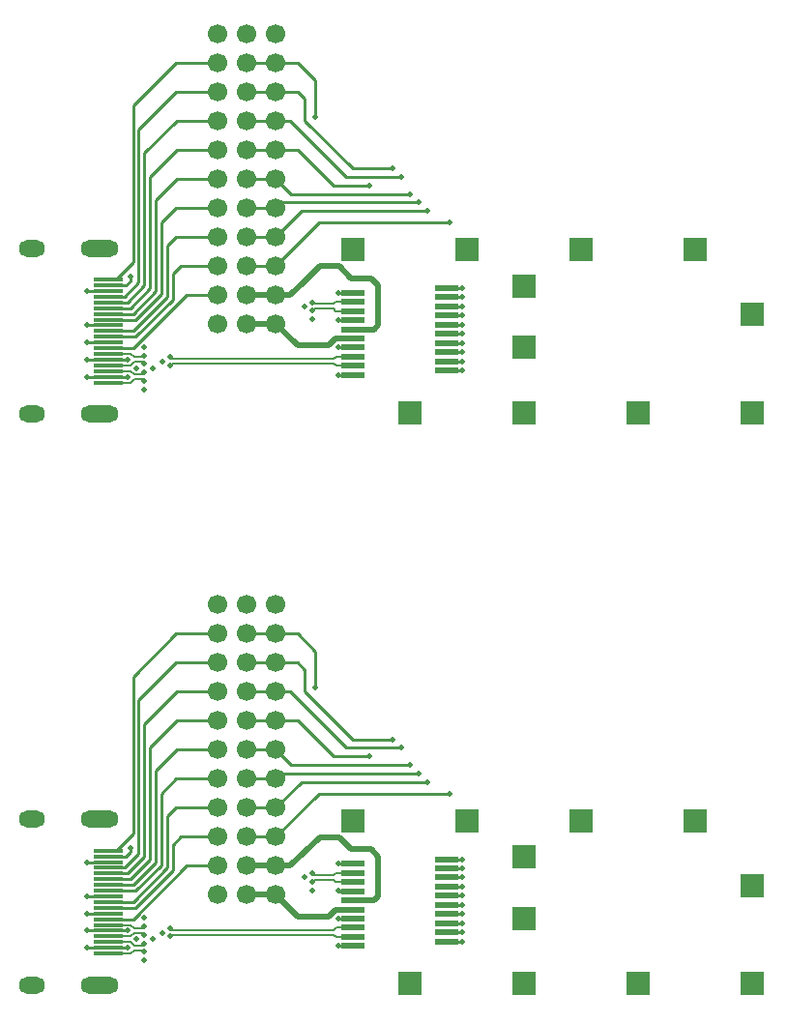
<source format=gtl>
%FSLAX46Y46*%
%MOMM*%
%ADD12C,0.205230*%
%ADD11C,0.250000*%
%ADD10C,0.500000*%
%AMPS13*
1,1,1.700000,0.000000,0.000000*
%
%ADD13PS13*%
%AMPS14*
1,1,1.700000,0.000000,0.000000*
%
%ADD14PS14*%
%AMPS20*
1,1,1.700000,0.000000,0.000000*
%
%ADD20PS20*%
%AMPS15*
21,1,0.500000,2.000000,0.000000,0.000000,90.000000*
%
%ADD15PS15*%
%AMPS16*
21,1,0.500000,2.000000,0.000000,0.000000,270.000000*
%
%ADD16PS16*%
%AMPS17*
21,1,0.300000,2.600000,0.000000,0.000000,270.000000*
%
%ADD17PS17*%
%AMPS22*
1,1,0.500000,0.000000,0.000000*
%
%ADD22PS22*%
%AMPS18*
21,1,1.800000,1.500000,0.000000,0.000000,0.000000*
1,1,1.500000,0.900000,0.000000*
1,1,1.500000,-0.900000,0.000000*
%
%ADD18PS18*%
%AMPS19*
21,1,0.800000,1.500000,0.000000,0.000000,0.000000*
1,1,1.500000,0.400000,0.000000*
1,1,1.500000,-0.400000,0.000000*
%
%ADD19PS19*%
%AMPS21*
21,1,2.000000,2.000000,0.000000,0.000000,180.000000*
%
%ADD21PS21*%
G01*
%LPD*%
G01*
%LPD*%
D10*
X34215000Y75332500D02*
X32465000Y75332500D01*
D11*
X32590000Y69262500D02*
X31345000Y69262500D01*
D11*
X29655000Y80207500D02*
X41090000Y80207500D01*
D11*
X11220000Y73207500D02*
X12850000Y73207500D01*
D12*
X32590000Y73262500D02*
X31089999Y73262500D01*
D11*
X11220000Y74707500D02*
X12730022Y74707500D01*
D11*
X17105000Y78962500D02*
X20790000Y78962500D01*
D11*
X28115000Y81207500D02*
X39090000Y81207500D01*
D12*
X11220000Y66207500D02*
X13170001Y66207500D01*
D11*
X17565000Y76422500D02*
X20790000Y76422500D01*
D11*
X13350000Y70707500D02*
X16350000Y73707500D01*
D11*
X40790000Y74462500D02*
X42190000Y74462500D01*
D11*
X23330000Y91662500D02*
X25870000Y91662500D01*
D11*
X11220000Y73707500D02*
X12600000Y73707500D01*
D11*
X13350000Y69207500D02*
X11220000Y69207500D01*
D11*
X23330000Y76422500D02*
X25870000Y76422500D01*
D10*
X25870000Y71342500D02*
X23330000Y71342500D01*
D11*
X13100000Y75077478D02*
X13100000Y75457500D01*
D11*
X17185000Y84042500D02*
X20790000Y84042500D01*
D11*
X28410000Y89122500D02*
X32575000Y84957500D01*
D11*
X11220000Y72707500D02*
X13100000Y72707500D01*
D10*
X27755000Y69457500D02*
X25870000Y71342500D01*
D11*
X25870000Y89122500D02*
X27140000Y89122500D01*
D10*
X25870000Y73882500D02*
X23330000Y73882500D01*
D11*
X25870000Y76422500D02*
X29655000Y80207500D01*
D11*
X17145000Y81502500D02*
X20790000Y81502500D01*
D11*
X16850000Y75707500D02*
X17565000Y76422500D01*
D11*
X11220000Y74207500D02*
X9350000Y74207500D01*
D11*
X17145000Y91662500D02*
X20790000Y91662500D01*
D12*
X16745785Y68266715D02*
X16600000Y68412500D01*
D11*
X40790000Y73662500D02*
X42190000Y73662500D01*
D10*
X32590000Y70862500D02*
X34495000Y70862500D01*
D11*
X17095000Y94202500D02*
X20790000Y94202500D01*
D11*
X11220000Y68207500D02*
X12850000Y68207500D01*
D11*
X32055000Y84207500D02*
X36840000Y84207500D01*
D10*
X34840000Y74707500D02*
X34215000Y75332500D01*
D11*
X27205000Y82707500D02*
X37590000Y82707500D01*
D11*
X17185000Y89122500D02*
X20790000Y89122500D01*
D11*
X40790000Y71262500D02*
X42190000Y71262500D01*
D12*
X13465786Y68003285D02*
X14204215Y68003285D01*
D11*
X30900000Y83457500D02*
X34090000Y83457500D01*
D12*
X32590000Y68462500D02*
X31139999Y68462500D01*
D11*
X40790000Y67262500D02*
X42190000Y67262500D01*
D11*
X12850000Y73207500D02*
X14350000Y74707500D01*
D11*
X31345000Y69262500D02*
X31340000Y69257500D01*
D11*
X25870000Y78962500D02*
X28115000Y81207500D01*
D11*
X25870000Y86582500D02*
X27775000Y86582500D01*
D11*
X11220000Y71207500D02*
X9350000Y71207500D01*
D11*
X29340000Y89457500D02*
X29340000Y92637500D01*
D11*
X11850000Y75207500D02*
X13350000Y76707500D01*
D11*
X40790000Y69662500D02*
X42190000Y69662500D01*
D11*
X23330000Y81502500D02*
X25870000Y81502500D01*
D11*
X13350000Y72207500D02*
X15350000Y74207500D01*
D11*
X13850000Y74957500D02*
X13850000Y88367500D01*
D11*
X11220000Y69707500D02*
X9350000Y69707500D01*
D11*
X13600000Y71707500D02*
X15850000Y73957500D01*
D11*
X15350000Y82207500D02*
X17185000Y84042500D01*
D12*
X16745785Y67858285D02*
X16600000Y67712500D01*
D12*
X31089999Y72462500D02*
X30894214Y72658285D01*
D11*
X32590000Y66862500D02*
X31360000Y66862500D01*
D11*
X11220000Y68207500D02*
X9350000Y68207500D01*
D11*
X25870000Y91662500D02*
X27775000Y91662500D01*
D11*
X31360000Y71662500D02*
X31340000Y71682500D01*
D12*
X31089999Y73262500D02*
X30894214Y73066715D01*
D12*
X11220000Y68707500D02*
X13170001Y68707500D01*
D12*
X13170001Y68707500D02*
X13465786Y68411715D01*
D12*
X14204215Y66503285D02*
X14350000Y66357500D01*
D10*
X32465000Y75332500D02*
X31395020Y76402480D01*
D11*
X11220000Y71707500D02*
X13600000Y71707500D01*
D11*
X13350000Y76707500D02*
X13350000Y90457500D01*
D12*
X31139999Y67662500D02*
X30944214Y67858285D01*
D11*
X11220000Y66707500D02*
X12850000Y66707500D01*
D12*
X11220000Y67207500D02*
X13170001Y67207500D01*
D11*
X23330000Y86582500D02*
X25870000Y86582500D01*
D11*
X32590000Y74062500D02*
X31345000Y74062500D01*
D12*
X13170001Y66207500D02*
X13465786Y66503285D01*
D10*
X31395020Y76402480D02*
X29700020Y76402480D01*
D12*
X31139999Y68462500D02*
X30944214Y68266715D01*
D11*
X11220000Y66707500D02*
X9350000Y66707500D01*
D11*
X13100000Y72707500D02*
X14850000Y74457500D01*
D11*
X32590000Y71662500D02*
X31360000Y71662500D01*
D12*
X13170001Y67707500D02*
X13465786Y68003285D01*
D10*
X31077464Y70062500D02*
X30472464Y69457500D01*
D12*
X14204215Y68411715D02*
X14350000Y68557500D01*
D11*
X25870000Y84042500D02*
X27205000Y82707500D01*
D10*
X34840000Y71207500D02*
X34840000Y74707500D01*
D10*
X28380020Y75082480D02*
X29700020Y76402480D01*
D11*
X27775000Y94202500D02*
X25870000Y94202500D01*
D12*
X30944214Y68266715D02*
X16745785Y68266715D01*
D11*
X27775000Y86582500D02*
X30900000Y83457500D01*
D11*
X20790000Y73882500D02*
X18025000Y73882500D01*
D11*
X14350000Y86287500D02*
X17185000Y89122500D01*
D11*
X25870000Y94202500D02*
X23330000Y94202500D01*
D11*
X17225000Y86582500D02*
X20790000Y86582500D01*
D11*
X11220000Y70207500D02*
X13600000Y70207500D01*
D11*
X11220000Y70707500D02*
X13350000Y70707500D01*
D10*
X28339980Y75082480D02*
X28380020Y75082480D01*
D11*
X11220000Y72207500D02*
X13350000Y72207500D01*
D11*
X26325000Y81957500D02*
X26685000Y81957500D01*
D11*
X16350000Y73707500D02*
X16350000Y78207500D01*
D11*
X25870000Y81502500D02*
X26325000Y81957500D01*
D11*
X14850000Y74457500D02*
X14850000Y84207500D01*
D12*
X11220000Y67707500D02*
X13170001Y67707500D01*
D11*
X16850000Y73457500D02*
X16850000Y75707500D01*
D12*
X14204215Y66911715D02*
X14350000Y67057500D01*
D11*
X12730022Y74707500D02*
X13100000Y75077478D01*
D11*
X31360000Y66862500D02*
X31340000Y66882500D01*
D11*
X13850000Y88367500D02*
X17145000Y91662500D01*
D10*
X27140000Y73882500D02*
X25870000Y73882500D01*
D12*
X32590000Y72462500D02*
X31089999Y72462500D01*
D11*
X15850000Y73957500D02*
X15850000Y80207500D01*
D11*
X12600000Y73707500D02*
X13850000Y74957500D01*
D12*
X30894214Y72658285D02*
X29235785Y72658285D01*
D11*
X23330000Y78962500D02*
X25870000Y78962500D01*
D11*
X14850000Y84207500D02*
X17225000Y86582500D01*
D11*
X15350000Y74207500D02*
X15350000Y82207500D01*
D10*
X28339980Y75082480D02*
X27140000Y73882500D01*
D11*
X40790000Y70462500D02*
X42190000Y70462500D01*
D11*
X25870000Y84042500D02*
X23330000Y84042500D01*
D12*
X13465786Y66911715D02*
X14204215Y66911715D01*
D11*
X15850000Y80207500D02*
X17145000Y81502500D01*
D11*
X40790000Y68862500D02*
X42190000Y68862500D01*
D10*
X34495000Y70862500D02*
X34840000Y71207500D01*
D12*
X13170001Y67207500D02*
X13465786Y66911715D01*
D11*
X29340000Y92637500D02*
X27775000Y94202500D01*
D11*
X18025000Y73882500D02*
X13350000Y69207500D01*
D11*
X16350000Y78207500D02*
X17105000Y78962500D01*
D10*
X30472464Y69457500D02*
X27755000Y69457500D01*
D11*
X11220000Y75207500D02*
X11850000Y75207500D01*
D11*
X28410000Y91027500D02*
X28410000Y89122500D01*
D12*
X30894214Y73066715D02*
X29235785Y73066715D01*
D11*
X14350000Y74707500D02*
X14350000Y86287500D01*
D12*
X13465786Y66503285D02*
X14204215Y66503285D01*
D11*
X40790000Y68062500D02*
X42190000Y68062500D01*
D12*
X30944214Y67858285D02*
X16745785Y67858285D01*
D11*
X23330000Y89122500D02*
X25870000Y89122500D01*
D10*
X32590000Y70062500D02*
X31077464Y70062500D01*
D12*
X32590000Y67662500D02*
X31139999Y67662500D01*
D11*
X26685000Y81957500D02*
X38340000Y81957500D01*
D11*
X13350000Y90457500D02*
X17095000Y94202500D01*
D12*
X29235785Y73066715D02*
X29090000Y73212500D01*
D11*
X40790000Y72862500D02*
X42190000Y72862500D01*
D12*
X13465786Y68411715D02*
X14204215Y68411715D01*
D11*
X13600000Y70207500D02*
X16850000Y73457500D01*
D11*
X27140000Y89122500D02*
X32055000Y84207500D01*
D12*
X14204215Y68003285D02*
X14350000Y67857500D01*
D11*
X40790000Y72062500D02*
X42190000Y72062500D01*
D11*
X27775000Y91662500D02*
X28410000Y91027500D01*
D12*
X29235785Y72658285D02*
X29090000Y72512500D01*
D11*
X31345000Y74062500D02*
X31340000Y74057500D01*
D11*
X32575000Y84957500D02*
X36090000Y84957500D01*
D10*
X34215000Y25332500D02*
X32465000Y25332500D01*
D11*
X32590000Y19262500D02*
X31345000Y19262500D01*
D11*
X29655000Y30207500D02*
X41090000Y30207500D01*
D11*
X11220000Y23207500D02*
X12850000Y23207500D01*
D12*
X32590000Y23262500D02*
X31089999Y23262500D01*
D11*
X11220000Y24707500D02*
X12730022Y24707500D01*
D11*
X17105000Y28962500D02*
X20790000Y28962500D01*
D11*
X28115000Y31207500D02*
X39090000Y31207500D01*
D12*
X11220000Y16207500D02*
X13170001Y16207500D01*
D11*
X17565000Y26422500D02*
X20790000Y26422500D01*
D11*
X13350000Y20707500D02*
X16350000Y23707500D01*
D11*
X40790000Y24462500D02*
X42190000Y24462500D01*
D11*
X23330000Y41662500D02*
X25870000Y41662500D01*
D11*
X11220000Y23707500D02*
X12600000Y23707500D01*
D11*
X13350000Y19207500D02*
X11220000Y19207500D01*
D11*
X23330000Y26422500D02*
X25870000Y26422500D01*
D10*
X25870000Y21342500D02*
X23330000Y21342500D01*
D11*
X13100000Y25077478D02*
X13100000Y25457500D01*
D11*
X17185000Y34042500D02*
X20790000Y34042500D01*
D11*
X28410000Y39122500D02*
X32575000Y34957500D01*
D11*
X11220000Y22707500D02*
X13100000Y22707500D01*
D10*
X27755000Y19457500D02*
X25870000Y21342500D01*
D11*
X25870000Y39122500D02*
X27140000Y39122500D01*
D10*
X25870000Y23882500D02*
X23330000Y23882500D01*
D11*
X25870000Y26422500D02*
X29655000Y30207500D01*
D11*
X17145000Y31502500D02*
X20790000Y31502500D01*
D11*
X16850000Y25707500D02*
X17565000Y26422500D01*
D11*
X11220000Y24207500D02*
X9350000Y24207500D01*
D11*
X17145000Y41662500D02*
X20790000Y41662500D01*
D12*
X16745785Y18266715D02*
X16600000Y18412500D01*
D11*
X40790000Y23662500D02*
X42190000Y23662500D01*
D10*
X32590000Y20862500D02*
X34495000Y20862500D01*
D11*
X17095000Y44202500D02*
X20790000Y44202500D01*
D11*
X11220000Y18207500D02*
X12850000Y18207500D01*
D11*
X32055000Y34207500D02*
X36840000Y34207500D01*
D10*
X34840000Y24707500D02*
X34215000Y25332500D01*
D11*
X27205000Y32707500D02*
X37590000Y32707500D01*
D11*
X17185000Y39122500D02*
X20790000Y39122500D01*
D11*
X40790000Y21262500D02*
X42190000Y21262500D01*
D12*
X13465786Y18003285D02*
X14204215Y18003285D01*
D11*
X30900000Y33457500D02*
X34090000Y33457500D01*
D12*
X32590000Y18462500D02*
X31139999Y18462500D01*
D11*
X40790000Y17262500D02*
X42190000Y17262500D01*
D11*
X12850000Y23207500D02*
X14350000Y24707500D01*
D11*
X31345000Y19262500D02*
X31340000Y19257500D01*
D11*
X25870000Y28962500D02*
X28115000Y31207500D01*
D11*
X25870000Y36582500D02*
X27775000Y36582500D01*
D11*
X11220000Y21207500D02*
X9350000Y21207500D01*
D11*
X29340000Y39457500D02*
X29340000Y42637500D01*
D11*
X11850000Y25207500D02*
X13350000Y26707500D01*
D11*
X40790000Y19662500D02*
X42190000Y19662500D01*
D11*
X23330000Y31502500D02*
X25870000Y31502500D01*
D11*
X13350000Y22207500D02*
X15350000Y24207500D01*
D11*
X13850000Y24957500D02*
X13850000Y38367500D01*
D11*
X11220000Y19707500D02*
X9350000Y19707500D01*
D11*
X13600000Y21707500D02*
X15850000Y23957500D01*
D11*
X15350000Y32207500D02*
X17185000Y34042500D01*
D12*
X16745785Y17858285D02*
X16600000Y17712500D01*
D12*
X31089999Y22462500D02*
X30894214Y22658285D01*
D11*
X32590000Y16862500D02*
X31360000Y16862500D01*
D11*
X11220000Y18207500D02*
X9350000Y18207500D01*
D11*
X25870000Y41662500D02*
X27775000Y41662500D01*
D11*
X31360000Y21662500D02*
X31340000Y21682500D01*
D12*
X31089999Y23262500D02*
X30894214Y23066715D01*
D12*
X11220000Y18707500D02*
X13170001Y18707500D01*
D12*
X13170001Y18707500D02*
X13465786Y18411715D01*
D12*
X14204215Y16503285D02*
X14350000Y16357500D01*
D10*
X32465000Y25332500D02*
X31395020Y26402480D01*
D11*
X11220000Y21707500D02*
X13600000Y21707500D01*
D11*
X13350000Y26707500D02*
X13350000Y40457500D01*
D12*
X31139999Y17662500D02*
X30944214Y17858285D01*
D11*
X11220000Y16707500D02*
X12850000Y16707500D01*
D12*
X11220000Y17207500D02*
X13170001Y17207500D01*
D11*
X23330000Y36582500D02*
X25870000Y36582500D01*
D11*
X32590000Y24062500D02*
X31345000Y24062500D01*
D12*
X13170001Y16207500D02*
X13465786Y16503285D01*
D10*
X31395020Y26402480D02*
X29700020Y26402480D01*
D12*
X31139999Y18462500D02*
X30944214Y18266715D01*
D11*
X11220000Y16707500D02*
X9350000Y16707500D01*
D11*
X13100000Y22707500D02*
X14850000Y24457500D01*
D11*
X32590000Y21662500D02*
X31360000Y21662500D01*
D12*
X13170001Y17707500D02*
X13465786Y18003285D01*
D10*
X31077464Y20062500D02*
X30472464Y19457500D01*
D12*
X14204215Y18411715D02*
X14350000Y18557500D01*
D11*
X25870000Y34042500D02*
X27205000Y32707500D01*
D10*
X34840000Y21207500D02*
X34840000Y24707500D01*
D10*
X28380020Y25082480D02*
X29700020Y26402480D01*
D11*
X27775000Y44202500D02*
X25870000Y44202500D01*
D12*
X30944214Y18266715D02*
X16745785Y18266715D01*
D11*
X27775000Y36582500D02*
X30900000Y33457500D01*
D11*
X20790000Y23882500D02*
X18025000Y23882500D01*
D11*
X14350000Y36287500D02*
X17185000Y39122500D01*
D11*
X25870000Y44202500D02*
X23330000Y44202500D01*
D11*
X17225000Y36582500D02*
X20790000Y36582500D01*
D11*
X11220000Y20207500D02*
X13600000Y20207500D01*
D11*
X11220000Y20707500D02*
X13350000Y20707500D01*
D10*
X28339980Y25082480D02*
X28380020Y25082480D01*
D11*
X11220000Y22207500D02*
X13350000Y22207500D01*
D11*
X26325000Y31957500D02*
X26685000Y31957500D01*
D11*
X16350000Y23707500D02*
X16350000Y28207500D01*
D11*
X25870000Y31502500D02*
X26325000Y31957500D01*
D11*
X14850000Y24457500D02*
X14850000Y34207500D01*
D12*
X11220000Y17707500D02*
X13170001Y17707500D01*
D11*
X16850000Y23457500D02*
X16850000Y25707500D01*
D12*
X14204215Y16911715D02*
X14350000Y17057500D01*
D11*
X12730022Y24707500D02*
X13100000Y25077478D01*
D11*
X31360000Y16862500D02*
X31340000Y16882500D01*
D11*
X13850000Y38367500D02*
X17145000Y41662500D01*
D10*
X27140000Y23882500D02*
X25870000Y23882500D01*
D12*
X32590000Y22462500D02*
X31089999Y22462500D01*
D11*
X15850000Y23957500D02*
X15850000Y30207500D01*
D11*
X12600000Y23707500D02*
X13850000Y24957500D01*
D12*
X30894214Y22658285D02*
X29235785Y22658285D01*
D11*
X23330000Y28962500D02*
X25870000Y28962500D01*
D11*
X14850000Y34207500D02*
X17225000Y36582500D01*
D11*
X15350000Y24207500D02*
X15350000Y32207500D01*
D10*
X28339980Y25082480D02*
X27140000Y23882500D01*
D11*
X40790000Y20462500D02*
X42190000Y20462500D01*
D11*
X25870000Y34042500D02*
X23330000Y34042500D01*
D12*
X13465786Y16911715D02*
X14204215Y16911715D01*
D11*
X15850000Y30207500D02*
X17145000Y31502500D01*
D11*
X40790000Y18862500D02*
X42190000Y18862500D01*
D10*
X34495000Y20862500D02*
X34840000Y21207500D01*
D12*
X13170001Y17207500D02*
X13465786Y16911715D01*
D11*
X29340000Y42637500D02*
X27775000Y44202500D01*
D11*
X18025000Y23882500D02*
X13350000Y19207500D01*
D11*
X16350000Y28207500D02*
X17105000Y28962500D01*
D10*
X30472464Y19457500D02*
X27755000Y19457500D01*
D11*
X11220000Y25207500D02*
X11850000Y25207500D01*
D11*
X28410000Y41027500D02*
X28410000Y39122500D01*
D12*
X30894214Y23066715D02*
X29235785Y23066715D01*
D11*
X14350000Y24707500D02*
X14350000Y36287500D01*
D12*
X13465786Y16503285D02*
X14204215Y16503285D01*
D11*
X40790000Y18062500D02*
X42190000Y18062500D01*
D12*
X30944214Y17858285D02*
X16745785Y17858285D01*
D11*
X23330000Y39122500D02*
X25870000Y39122500D01*
D10*
X32590000Y20062500D02*
X31077464Y20062500D01*
D12*
X32590000Y17662500D02*
X31139999Y17662500D01*
D11*
X26685000Y31957500D02*
X38340000Y31957500D01*
D11*
X13350000Y40457500D02*
X17095000Y44202500D01*
D12*
X29235785Y23066715D02*
X29090000Y23212500D01*
D11*
X40790000Y22862500D02*
X42190000Y22862500D01*
D12*
X13465786Y18411715D02*
X14204215Y18411715D01*
D11*
X13600000Y20207500D02*
X16850000Y23457500D01*
D11*
X27140000Y39122500D02*
X32055000Y34207500D01*
D12*
X14204215Y18003285D02*
X14350000Y17857500D01*
D11*
X40790000Y22062500D02*
X42190000Y22062500D01*
D11*
X27775000Y41662500D02*
X28410000Y41027500D01*
D12*
X29235785Y22658285D02*
X29090000Y22512500D01*
D11*
X31345000Y24062500D02*
X31340000Y24057500D01*
D11*
X32575000Y34957500D02*
X36090000Y34957500D01*
G75*
D13*
X25870000Y94202500D03*
D14*
X20790000Y73882500D03*
D14*
X23330000Y73882500D03*
D13*
X25870000Y84042500D03*
D15*
X40790000Y69662500D03*
D15*
X40790000Y68862500D03*
D16*
X32590000Y71662500D03*
D16*
X32590000Y68462500D03*
D16*
X32590000Y70062500D03*
D15*
X40790000Y72862500D03*
D15*
X40790000Y73662500D03*
D15*
X40790000Y67262500D03*
D16*
X32590000Y73262500D03*
D15*
X40790000Y72062500D03*
D15*
X40790000Y70462500D03*
D16*
X32590000Y70862500D03*
D16*
X32590000Y69262500D03*
D16*
X32590000Y67662500D03*
D16*
X32590000Y72462500D03*
D15*
X40790000Y74462500D03*
D15*
X40790000Y71262500D03*
D15*
X40790000Y68062500D03*
D16*
X32590000Y66862500D03*
D16*
X32590000Y74062500D03*
D13*
X25870000Y76422500D03*
D14*
X20790000Y81502500D03*
D14*
X23330000Y81502500D03*
D14*
X20790000Y84042500D03*
D14*
X23330000Y84042500D03*
D14*
X20790000Y71342500D03*
D14*
X23330000Y71342500D03*
D17*
X11220000Y69207500D03*
D17*
X11220000Y74707500D03*
D17*
X11220000Y66207500D03*
D17*
X11220000Y66707500D03*
D18*
X10460000Y63457500D03*
D17*
X11220000Y67207500D03*
D17*
X11220000Y72207500D03*
D17*
X11220000Y71707500D03*
D17*
X11220000Y73707500D03*
D18*
X10460000Y77957500D03*
D17*
X11220000Y70207500D03*
D17*
X11220000Y68707500D03*
D19*
X4500000Y77957500D03*
D17*
X11220000Y67707500D03*
D17*
X11220000Y71207500D03*
D17*
X11220000Y72707500D03*
D17*
X11220000Y75207500D03*
D17*
X11220000Y69707500D03*
D19*
X4500000Y63457500D03*
D17*
X11220000Y70707500D03*
D17*
X11220000Y68207500D03*
D17*
X11220000Y74207500D03*
D17*
X11220000Y73207500D03*
D14*
X20790000Y76422500D03*
D14*
X23330000Y76422500D03*
D13*
X25870000Y89122500D03*
D20*
X25870000Y96742500D03*
D20*
X23330000Y96742500D03*
D20*
X20790000Y96742500D03*
D13*
X25870000Y73882500D03*
D13*
X25870000Y78962500D03*
D13*
X25870000Y71342500D03*
D13*
X25870000Y81502500D03*
D14*
X20790000Y91662500D03*
D14*
X23330000Y91662500D03*
D14*
X20790000Y94202500D03*
D14*
X23330000Y94202500D03*
D14*
X20790000Y86582500D03*
D14*
X23330000Y86582500D03*
D14*
X20790000Y89122500D03*
D14*
X23330000Y89122500D03*
D13*
X25870000Y86582500D03*
D14*
X20790000Y78962500D03*
D14*
X23330000Y78962500D03*
D21*
X52590000Y77832500D03*
D21*
X62590000Y77832500D03*
D21*
X37590000Y63582500D03*
D21*
X47590000Y74662500D03*
D21*
X42590000Y77832500D03*
D21*
X47590000Y63582500D03*
D21*
X47590000Y69262500D03*
D21*
X67590000Y72162500D03*
D21*
X32590000Y77832500D03*
D21*
X57590000Y63582500D03*
D21*
X67590000Y63582500D03*
D13*
X25870000Y91662500D03*
D22*
X42190000Y68062500D03*
D22*
X16600000Y67712500D03*
D22*
X42190000Y67262500D03*
D22*
X9350000Y71207500D03*
D22*
X42190000Y70462500D03*
D22*
X34090000Y83457500D03*
D22*
X14350000Y66357500D03*
D22*
X12850000Y66707500D03*
D22*
X14350000Y67057500D03*
D22*
X42190000Y69662500D03*
D22*
X12850000Y68207500D03*
D22*
X42190000Y74462500D03*
D22*
X31340000Y71682500D03*
D22*
X15950000Y68032500D03*
D22*
X29090000Y73212500D03*
D22*
X29090000Y72512500D03*
D22*
X42190000Y68862500D03*
D22*
X36840000Y84207500D03*
D22*
X14350000Y69307500D03*
D22*
X42190000Y71262500D03*
D22*
X41090000Y80207500D03*
D22*
X14350000Y65607500D03*
D22*
X36090000Y84957500D03*
D22*
X29340000Y89457500D03*
D22*
X42190000Y72862500D03*
D22*
X28415000Y72882500D03*
D22*
X31340000Y69257500D03*
D22*
X9350000Y68207500D03*
D22*
X15100000Y67457500D03*
D22*
X42190000Y72062500D03*
D22*
X42190000Y73662500D03*
D22*
X31340000Y66882500D03*
D22*
X9350000Y66707500D03*
D22*
X9350000Y69707500D03*
D22*
X9350000Y74207500D03*
D22*
X38340000Y81957500D03*
D22*
X39090000Y81207500D03*
D22*
X14350000Y68557500D03*
D22*
X37590000Y82707500D03*
D22*
X13625000Y67457500D03*
D22*
X29090000Y71757500D03*
D22*
X14350000Y67857500D03*
D22*
X16600000Y68412500D03*
D22*
X13100000Y75457500D03*
D22*
X31340000Y74057500D03*
D13*
X25870000Y44202500D03*
D14*
X20790000Y23882500D03*
D14*
X23330000Y23882500D03*
D13*
X25870000Y34042500D03*
D15*
X40790000Y19662500D03*
D15*
X40790000Y18862500D03*
D16*
X32590000Y21662500D03*
D16*
X32590000Y18462500D03*
D16*
X32590000Y20062500D03*
D15*
X40790000Y22862500D03*
D15*
X40790000Y23662500D03*
D15*
X40790000Y17262500D03*
D16*
X32590000Y23262500D03*
D15*
X40790000Y22062500D03*
D15*
X40790000Y20462500D03*
D16*
X32590000Y20862500D03*
D16*
X32590000Y19262500D03*
D16*
X32590000Y17662500D03*
D16*
X32590000Y22462500D03*
D15*
X40790000Y24462500D03*
D15*
X40790000Y21262500D03*
D15*
X40790000Y18062500D03*
D16*
X32590000Y16862500D03*
D16*
X32590000Y24062500D03*
D13*
X25870000Y26422500D03*
D14*
X20790000Y31502500D03*
D14*
X23330000Y31502500D03*
D14*
X20790000Y34042500D03*
D14*
X23330000Y34042500D03*
D14*
X20790000Y21342500D03*
D14*
X23330000Y21342500D03*
D17*
X11220000Y19207500D03*
D17*
X11220000Y24707500D03*
D17*
X11220000Y16207500D03*
D17*
X11220000Y16707500D03*
D18*
X10460000Y13457500D03*
D17*
X11220000Y17207500D03*
D17*
X11220000Y22207500D03*
D17*
X11220000Y21707500D03*
D17*
X11220000Y23707500D03*
D18*
X10460000Y27957500D03*
D17*
X11220000Y20207500D03*
D17*
X11220000Y18707500D03*
D19*
X4500000Y27957500D03*
D17*
X11220000Y17707500D03*
D17*
X11220000Y21207500D03*
D17*
X11220000Y22707500D03*
D17*
X11220000Y25207500D03*
D17*
X11220000Y19707500D03*
D19*
X4500000Y13457500D03*
D17*
X11220000Y20707500D03*
D17*
X11220000Y18207500D03*
D17*
X11220000Y24207500D03*
D17*
X11220000Y23207500D03*
D14*
X20790000Y26422500D03*
D14*
X23330000Y26422500D03*
D13*
X25870000Y39122500D03*
D20*
X25870000Y46742500D03*
D20*
X23330000Y46742500D03*
D20*
X20790000Y46742500D03*
D13*
X25870000Y23882500D03*
D13*
X25870000Y28962500D03*
D13*
X25870000Y21342500D03*
D13*
X25870000Y31502500D03*
D14*
X20790000Y41662500D03*
D14*
X23330000Y41662500D03*
D14*
X20790000Y44202500D03*
D14*
X23330000Y44202500D03*
D14*
X20790000Y36582500D03*
D14*
X23330000Y36582500D03*
D14*
X20790000Y39122500D03*
D14*
X23330000Y39122500D03*
D13*
X25870000Y36582500D03*
D14*
X20790000Y28962500D03*
D14*
X23330000Y28962500D03*
D21*
X52590000Y27832500D03*
D21*
X62590000Y27832500D03*
D21*
X37590000Y13582500D03*
D21*
X47590000Y24662500D03*
D21*
X42590000Y27832500D03*
D21*
X47590000Y13582500D03*
D21*
X47590000Y19262500D03*
D21*
X67590000Y22162500D03*
D21*
X32590000Y27832500D03*
D21*
X57590000Y13582500D03*
D21*
X67590000Y13582500D03*
D13*
X25870000Y41662500D03*
D22*
X42190000Y18062500D03*
D22*
X16600000Y17712500D03*
D22*
X42190000Y17262500D03*
D22*
X9350000Y21207500D03*
D22*
X42190000Y20462500D03*
D22*
X34090000Y33457500D03*
D22*
X14350000Y16357500D03*
D22*
X12850000Y16707500D03*
D22*
X14350000Y17057500D03*
D22*
X42190000Y19662500D03*
D22*
X12850000Y18207500D03*
D22*
X42190000Y24462500D03*
D22*
X31340000Y21682500D03*
D22*
X15950000Y18032500D03*
D22*
X29090000Y23212500D03*
D22*
X29090000Y22512500D03*
D22*
X42190000Y18862500D03*
D22*
X36840000Y34207500D03*
D22*
X14350000Y19307500D03*
D22*
X42190000Y21262500D03*
D22*
X41090000Y30207500D03*
D22*
X14350000Y15607500D03*
D22*
X36090000Y34957500D03*
D22*
X29340000Y39457500D03*
D22*
X42190000Y22862500D03*
D22*
X28415000Y22882500D03*
D22*
X31340000Y19257500D03*
D22*
X9350000Y18207500D03*
D22*
X15100000Y17457500D03*
D22*
X42190000Y22062500D03*
D22*
X42190000Y23662500D03*
D22*
X31340000Y16882500D03*
D22*
X9350000Y16707500D03*
D22*
X9350000Y19707500D03*
D22*
X9350000Y24207500D03*
D22*
X38340000Y31957500D03*
D22*
X39090000Y31207500D03*
D22*
X14350000Y18557500D03*
D22*
X37590000Y32707500D03*
D22*
X13625000Y17457500D03*
D22*
X29090000Y21757500D03*
D22*
X14350000Y17857500D03*
D22*
X16600000Y18412500D03*
D22*
X13100000Y25457500D03*
D22*
X31340000Y24057500D03*
M02*

</source>
